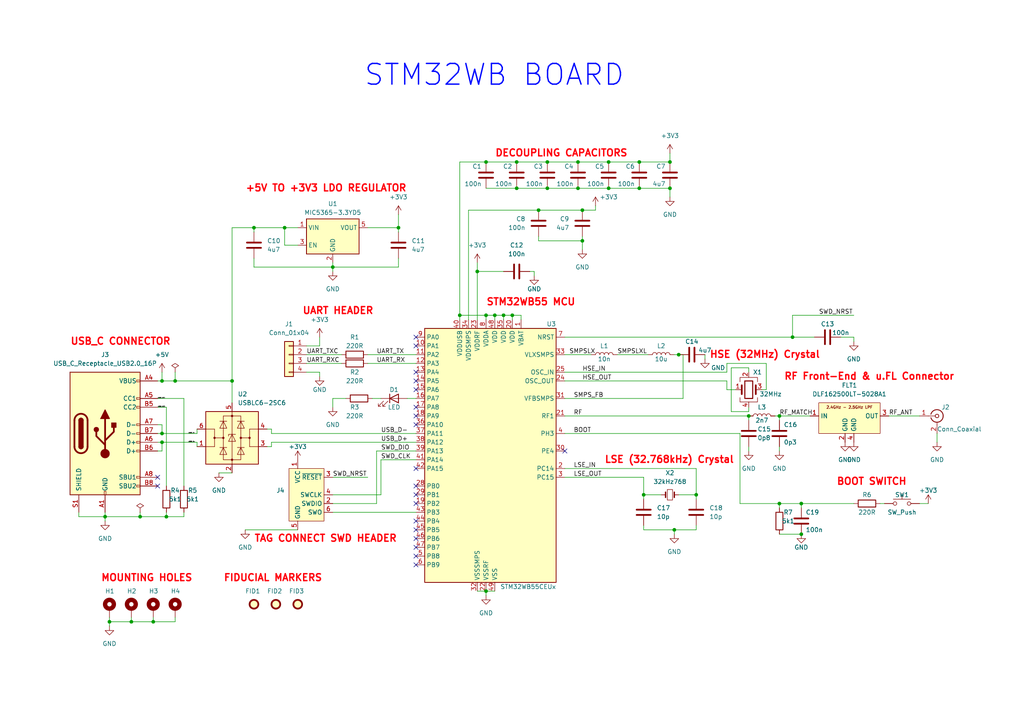
<source format=kicad_sch>
(kicad_sch (version 20230121) (generator eeschema)
  (paper "A4")
  (title_block (title "STM32WB BOARD") (date "2024-02-22") (rev "REV01"))
  (lib_symbols
    (symbol "Connector:Conn_ARM_SWD_TagConnect_TC2030" (in_bom no)
      (property "Reference" "J" (at 2.54 11.43 0))
      (property "Value" "Conn_ARM_SWD_TagConnect_TC2030" (at 5.08 8.89 0))
      (symbol "Conn_ARM_SWD_TagConnect_TC2030_0_0"
        (pin power_in line (at -2.54 10.16 270) (length 2.54) (name "VCC") (number "1"))
        (pin bidirectional line (at 7.62 -2.54 180) (length 2.54) (name "SWDIO") (number "2"))
        (pin open_collector line (at 7.62 5.08 180) (length 2.54) (name "~{RESET}") (number "3"))
        (pin output line (at 7.62 0 180) (length 2.54) (name "SWCLK") (number "4"))
        (pin power_in line (at -2.54 -10.16 90) (length 2.54) (name "GND") (number "5"))
        (pin input line (at 7.62 -5.08 180) (length 2.54) (name "SWO") (number "6"))
      )
      (symbol "Conn_ARM_SWD_TagConnect_TC2030_0_1"
        (rectangle (start -5.08 7.62) (end 5.08 -7.62) (fill (type background)))
      )
    )
    (symbol "Connector:Conn_Coaxial" (pin_names (offset 1.016) hide)
      (property "Reference" "J" (at 0.254 3.048 0))
      (property "Value" "Conn_Coaxial" (at 2.921 0 90))
      (symbol "Conn_Coaxial_0_1"
        (arc (start -1.778 -0.508) (mid 0.2311 -1.8066) (end 1.778 0) (stroke (width 0.254)))
        (polyline (pts (xy -2.54 0) (xy -0.508 0)))
        (polyline (pts (xy 0 -2.54) (xy 0 -1.778)))
        (circle (center 0 0) (radius 0.508) (stroke (width 0.2032)))
        (arc (start 1.778 0) (mid 0.2099 1.8101) (end -1.778 0.508) (stroke (width 0.254)))
      )
      (symbol "Conn_Coaxial_1_1"
        (pin passive line (at -5.08 0 0) (length 2.54) (name "In") (number "1"))
        (pin passive line (at 0 -5.08 90) (length 2.54) (name "Ext") (number "2"))
      )
    )
    (symbol "Connector:USB_C_Receptacle_USB2.0_16P" (pin_names (offset 1.016))
      (property "Reference" "J" (at 0 22.225 0))
      (property "Value" "USB_C_Receptacle_USB2.0_16P" (at 0 19.685 0))
      (symbol "USB_C_Receptacle_USB2.0_16P_0_0"
        (rectangle (start -0.254 -17.78) (end 0.254 -16.764))
        (rectangle (start 10.16 -14.986) (end 9.144 -15.494))
        (rectangle (start 10.16 -12.446) (end 9.144 -12.954))
        (rectangle (start 10.16 -4.826) (end 9.144 -5.334))
        (rectangle (start 10.16 -2.286) (end 9.144 -2.794))
        (rectangle (start 10.16 0.254) (end 9.144 -0.254))
        (rectangle (start 10.16 2.794) (end 9.144 2.286))
        (rectangle (start 10.16 7.874) (end 9.144 7.366))
        (rectangle (start 10.16 10.414) (end 9.144 9.906))
        (rectangle (start 10.16 15.494) (end 9.144 14.986))
      )
      (symbol "USB_C_Receptacle_USB2.0_16P_0_1"
        (rectangle (start -10.16 17.78) (end 10.16 -17.78) (stroke (width 0.254)) (fill (type background)))
        (arc (start -8.89 -3.81) (mid -6.985 -5.7067) (end -5.08 -3.81) (stroke (width 0.508)))
        (arc (start -7.62 -3.81) (mid -6.985 -4.4423) (end -6.35 -3.81) (stroke (width 0.254)))
        (arc (start -7.62 -3.81) (mid -6.985 -4.4423) (end -6.35 -3.81) (stroke (width 0.254)) (fill (type outline)))
        (rectangle (start -7.62 -3.81) (end -6.35 3.81) (stroke (width 0.254)) (fill (type outline)))
        (arc (start -6.35 3.81) (mid -6.985 4.4423) (end -7.62 3.81) (stroke (width 0.254)))
        (arc (start -6.35 3.81) (mid -6.985 4.4423) (end -7.62 3.81) (stroke (width 0.254)) (fill (type outline)))
        (arc (start -5.08 3.81) (mid -6.985 5.7067) (end -8.89 3.81) (stroke (width 0.508)))
        (circle (center -2.54 1.143) (radius 0.635) (stroke (width 0.254)) (fill (type outline)))
        (circle (center 0 -5.842) (radius 1.27) (fill (type outline)))
        (polyline (pts (xy -8.89 -3.81) (xy -8.89 3.81)) (stroke (width 0.508)))
        (polyline (pts (xy -5.08 3.81) (xy -5.08 -3.81)) (stroke (width 0.508)))
        (polyline (pts (xy 0 -5.842) (xy 0 4.318)) (stroke (width 0.508)))
        (polyline (pts (xy 0 -3.302) (xy -2.54 -0.762) (xy -2.54 0.508)) (stroke (width 0.508)))
        (polyline (pts (xy 0 -2.032) (xy 2.54 0.508) (xy 2.54 1.778)) (stroke (width 0.508)))
        (polyline (pts (xy -1.27 4.318) (xy 0 6.858) (xy 1.27 4.318) (xy -1.27 4.318)) (stroke (width 0.254)) (fill (type outline)))
        (rectangle (start 1.905 1.778) (end 3.175 3.048) (stroke (width 0.254)) (fill (type outline)))
      )
      (symbol "USB_C_Receptacle_USB2.0_16P_1_1"
        (pin passive line (at 0 -22.86 90) (length 5.08) (name "GND") (number "A1"))
        (pin passive line (at 0 -22.86 90) (length 5.08) hide (name "GND") (number "A12"))
        (pin passive line (at 15.24 15.24 180) (length 5.08) (name "VBUS") (number "A4"))
        (pin bidirectional line (at 15.24 10.16 180) (length 5.08) (name "CC1") (number "A5"))
        (pin bidirectional line (at 15.24 -2.54 180) (length 5.08) (name "D+") (number "A6"))
        (pin bidirectional line (at 15.24 2.54 180) (length 5.08) (name "D-") (number "A7"))
        (pin bidirectional line (at 15.24 -12.7 180) (length 5.08) (name "SBU1") (number "A8"))
        (pin passive line (at 15.24 15.24 180) (length 5.08) hide (name "VBUS") (number "A9"))
        (pin passive line (at 0 -22.86 90) (length 5.08) hide (name "GND") (number "B1"))
        (pin passive line (at 0 -22.86 90) (length 5.08) hide (name "GND") (number "B12"))
        (pin passive line (at 15.24 15.24 180) (length 5.08) hide (name "VBUS") (number "B4"))
        (pin bidirectional line (at 15.24 7.62 180) (length 5.08) (name "CC2") (number "B5"))
        (pin bidirectional line (at 15.24 -5.08 180) (length 5.08) (name "D+") (number "B6"))
        (pin bidirectional line (at 15.24 0 180) (length 5.08) (name "D-") (number "B7"))
        (pin bidirectional line (at 15.24 -15.24 180) (length 5.08) (name "SBU2") (number "B8"))
        (pin passive line (at 15.24 15.24 180) (length 5.08) hide (name "VBUS") (number "B9"))
        (pin passive line (at -7.62 -22.86 90) (length 5.08) (name "SHIELD") (number "S1"))
      )
    )
    (symbol "Connector_Generic:Conn_01x04" (pin_names (offset 1.016) hide)
      (property "Reference" "J" (at 0 5.08 0))
      (property "Value" "Conn_01x04" (at 0 -7.62 0))
      (symbol "Conn_01x04_1_1"
        (rectangle (start -1.27 -4.953) (end 0 -5.207) (stroke (width 0.1524)))
        (rectangle (start -1.27 -2.413) (end 0 -2.667) (stroke (width 0.1524)))
        (rectangle (start -1.27 0.127) (end 0 -0.127) (stroke (width 0.1524)))
        (rectangle (start -1.27 2.667) (end 0 2.413) (stroke (width 0.1524)))
        (rectangle (start -1.27 3.81) (end 1.27 -6.35) (stroke (width 0.254)) (fill (type background)))
        (pin passive line (at -5.08 2.54 0) (length 3.81) (name "Pin_1") (number "1"))
        (pin passive line (at -5.08 0 0) (length 3.81) (name "Pin_2") (number "2"))
        (pin passive line (at -5.08 -2.54 0) (length 3.81) (name "Pin_3") (number "3"))
        (pin passive line (at -5.08 -5.08 0) (length 3.81) (name "Pin_4") (number "4"))
      )
    )
    (symbol "Device:C" (pin_numbers hide) (pin_names (offset 0.254))
      (property "Reference" "C" (at 0.635 2.54 0))
      (property "Value" "C" (at 0.635 -2.54 0))
      (symbol "C_0_1"
        (polyline (pts (xy -2.032 -0.762) (xy 2.032 -0.762)) (stroke (width 0.508)))
        (polyline (pts (xy -2.032 0.762) (xy 2.032 0.762)) (stroke (width 0.508)))
      )
      (symbol "C_1_1"
        (pin passive line (at 0 3.81 270) (length 2.794) (name "~") (number "1"))
        (pin passive line (at 0 -3.81 90) (length 2.794) (name "~") (number "2"))
      )
    )
    (symbol "Device:Crystal_GND24" (pin_names (offset 1.016) hide)
      (property "Reference" "Y" (at 3.175 5.08 0))
      (property "Value" "Crystal_GND24" (at 3.175 3.175 0))
      (symbol "Crystal_GND24_0_1"
        (rectangle (start -1.143 2.54) (end 1.143 -2.54) (stroke (width 0.3048)))
        (polyline (pts (xy -2.54 0) (xy -2.032 0)))
        (polyline (pts (xy -2.032 -1.27) (xy -2.032 1.27)) (stroke (width 0.508)))
        (polyline (pts (xy 0 -3.81) (xy 0 -3.556)))
        (polyline (pts (xy 0 3.556) (xy 0 3.81)))
        (polyline (pts (xy 2.032 -1.27) (xy 2.032 1.27)) (stroke (width 0.508)))
        (polyline (pts (xy 2.032 0) (xy 2.54 0)))
        (polyline (pts (xy -2.54 -2.286) (xy -2.54 -3.556) (xy 2.54 -3.556) (xy 2.54 -2.286)))
        (polyline (pts (xy -2.54 2.286) (xy -2.54 3.556) (xy 2.54 3.556) (xy 2.54 2.286)))
      )
      (symbol "Crystal_GND24_1_1"
        (pin passive line (at -3.81 0 0) (length 1.27) (name "1") (number "1"))
        (pin passive line (at 0 5.08 270) (length 1.27) (name "2") (number "2"))
        (pin passive line (at 3.81 0 180) (length 1.27) (name "3") (number "3"))
        (pin passive line (at 0 -5.08 90) (length 1.27) (name "4") (number "4"))
      )
    )
    (symbol "Device:Crystal_Small" (pin_numbers hide) (pin_names (offset 1.016) hide)
      (property "Reference" "Y" (at 0 2.54 0))
      (property "Value" "Crystal_Small" (at 0 -2.54 0))
      (symbol "Crystal_Small_0_1"
        (rectangle (start -0.762 -1.524) (end 0.762 1.524))
        (polyline (pts (xy -1.27 -0.762) (xy -1.27 0.762)) (stroke (width 0.381)))
        (polyline (pts (xy 1.27 -0.762) (xy 1.27 0.762)) (stroke (width 0.381)))
      )
      (symbol "Crystal_Small_1_1"
        (pin passive line (at -2.54 0 0) (length 1.27) (name "1") (number "1"))
        (pin passive line (at 2.54 0 180) (length 1.27) (name "2") (number "2"))
      )
    )
    (symbol "Device:L" (pin_numbers hide) (pin_names (offset 1.016) hide)
      (property "Reference" "L" (at -1.27 0 90))
      (property "Value" "L" (at 1.905 0 90))
      (symbol "L_0_1"
        (arc (start 0 -2.54) (mid 0.6323 -1.905) (end 0 -1.27))
        (arc (start 0 -1.27) (mid 0.6323 -0.635) (end 0 0))
        (arc (start 0 0) (mid 0.6323 0.635) (end 0 1.27))
        (arc (start 0 1.27) (mid 0.6323 1.905) (end 0 2.54))
      )
      (symbol "L_1_1"
        (pin passive line (at 0 3.81 270) (length 1.27) (name "1") (number "1"))
        (pin passive line (at 0 -3.81 90) (length 1.27) (name "2") (number "2"))
      )
    )
    (symbol "Device:LED" (pin_numbers hide) (pin_names (offset 1.016) hide)
      (property "Reference" "D" (at 0 2.54 0))
      (property "Value" "LED" (at 0 -2.54 0))
      (symbol "LED_0_1"
        (polyline (pts (xy -1.27 -1.27) (xy -1.27 1.27)) (stroke (width 0.254)))
        (polyline (pts (xy -1.27 0) (xy 1.27 0)))
        (polyline (pts (xy 1.27 -1.27) (xy 1.27 1.27) (xy -1.27 0) (xy 1.27 -1.27)) (stroke (width 0.254)))
        (polyline (pts (xy -3.048 -0.762) (xy -4.572 -2.286) (xy -3.81 -2.286) (xy -4.572 -2.286) (xy -4.572 -1.524)))
        (polyline (pts (xy -1.778 -0.762) (xy -3.302 -2.286) (xy -2.54 -2.286) (xy -3.302 -2.286) (xy -3.302 -1.524)))
      )
      (symbol "LED_1_1"
        (pin passive line (at -3.81 0 0) (length 2.54) (name "K") (number "1"))
        (pin passive line (at 3.81 0 180) (length 2.54) (name "A") (number "2"))
      )
    )
    (symbol "Device:R" (pin_numbers hide) (pin_names (offset 0))
      (property "Reference" "R" (at 2.032 0 90))
      (property "Value" "R" (at 0 0 90))
      (symbol "R_0_1"
        (rectangle (start -1.016 -2.54) (end 1.016 2.54) (stroke (width 0.254)))
      )
      (symbol "R_1_1"
        (pin passive line (at 0 3.81 270) (length 1.27) (name "~") (number "1"))
        (pin passive line (at 0 -3.81 90) (length 1.27) (name "~") (number "2"))
      )
    )
    (symbol "MCU_ST_STM32WB:STM32WB55CEUx"
      (property "Reference" "U" (at -17.78 39.37 0))
      (property "Value" "STM32WB55CEUx" (at 12.7 39.37 0))
      (symbol "STM32WB55CEUx_0_1"
        (rectangle (start -17.78 -35.56) (end 20.32 38.1) (stroke (width 0.254)) (fill (type background)))
      )
      (symbol "STM32WB55CEUx_1_1"
        (pin power_in line (at -7.62 40.64 270) (length 2.54) (name "VBAT") (number "1"))
        (pin bidirectional line (at 22.86 33.02 180) (length 2.54) (name "PA1") (number "10"))
        (pin bidirectional line (at 22.86 30.48 180) (length 2.54) (name "PA2") (number "11"))
        (pin bidirectional line (at 22.86 27.94 180) (length 2.54) (name "PA3") (number "12"))
        (pin bidirectional line (at 22.86 25.4 180) (length 2.54) (name "PA4") (number "13"))
        (pin bidirectional line (at 22.86 22.86 180) (length 2.54) (name "PA5") (number "14"))
        (pin bidirectional line (at 22.86 20.32 180) (length 2.54) (name "PA6") (number "15"))
        (pin bidirectional line (at 22.86 17.78 180) (length 2.54) (name "PA7") (number "16"))
        (pin bidirectional line (at 22.86 15.24 180) (length 2.54) (name "PA8") (number "17"))
        (pin bidirectional line (at 22.86 12.7 180) (length 2.54) (name "PA9") (number "18"))
        (pin bidirectional line (at 22.86 -12.7 180) (length 2.54) (name "PB2") (number "19"))
        (pin bidirectional line (at -20.32 -2.54 0) (length 2.54) (name "PC14") (number "2"))
        (pin power_in line (at -5.08 40.64 270) (length 2.54) (name "VDD") (number "20"))
        (pin bidirectional line (at -20.32 12.7 0) (length 2.54) (name "RF1") (number "21"))
        (pin power_in line (at 2.54 -38.1 90) (length 2.54) (name "VSSRF") (number "22"))
        (pin power_in line (at 5.08 40.64 270) (length 2.54) (name "VDDRF") (number "23"))
        (pin input line (at -20.32 22.86 0) (length 2.54) (name "OSC_OUT") (number "24"))
        (pin input line (at -20.32 25.4 0) (length 2.54) (name "OSC_IN") (number "25"))
        (pin no_connect line (at -17.78 -35.56 0) (length 2.54) hide (name "AT0") (number "26"))
        (pin no_connect line (at -17.78 -33.02 0) (length 2.54) hide (name "AT1") (number "27"))
        (pin bidirectional line (at 22.86 -7.62 180) (length 2.54) (name "PB0") (number "28"))
        (pin bidirectional line (at 22.86 -10.16 180) (length 2.54) (name "PB1") (number "29"))
        (pin bidirectional line (at -20.32 -5.08 0) (length 2.54) (name "PC15") (number "3"))
        (pin bidirectional line (at -20.32 2.54 0) (length 2.54) (name "PE4") (number "30"))
        (pin input line (at -20.32 17.78 0) (length 2.54) (name "VFBSMPS") (number "31"))
        (pin power_in line (at 5.08 -38.1 90) (length 2.54) (name "VSSSMPS") (number "32"))
        (pin power_in line (at -20.32 30.48 0) (length 2.54) (name "VLXSMPS") (number "33"))
        (pin power_in line (at 7.62 40.64 270) (length 2.54) (name "VDDSMPS") (number "34"))
        (pin power_in line (at -2.54 40.64 270) (length 2.54) (name "VDD") (number "35"))
        (pin bidirectional line (at 22.86 10.16 180) (length 2.54) (name "PA10") (number "36"))
        (pin bidirectional line (at 22.86 7.62 180) (length 2.54) (name "PA11") (number "37"))
        (pin bidirectional line (at 22.86 5.08 180) (length 2.54) (name "PA12") (number "38"))
        (pin bidirectional line (at 22.86 2.54 180) (length 2.54) (name "PA13") (number "39"))
        (pin bidirectional line (at -20.32 7.62 0) (length 2.54) (name "PH3") (number "4"))
        (pin power_in line (at 10.16 40.64 270) (length 2.54) (name "VDDUSB") (number "40"))
        (pin bidirectional line (at 22.86 0 180) (length 2.54) (name "PA14") (number "41"))
        (pin bidirectional line (at 22.86 -2.54 180) (length 2.54) (name "PA15") (number "42"))
        (pin bidirectional line (at 22.86 -15.24 180) (length 2.54) (name "PB3") (number "43"))
        (pin bidirectional line (at 22.86 -17.78 180) (length 2.54) (name "PB4") (number "44"))
        (pin bidirectional line (at 22.86 -20.32 180) (length 2.54) (name "PB5") (number "45"))
        (pin bidirectional line (at 22.86 -22.86 180) (length 2.54) (name "PB6") (number "46"))
        (pin bidirectional line (at 22.86 -25.4 180) (length 2.54) (name "PB7") (number "47"))
        (pin power_in line (at 0 40.64 270) (length 2.54) (name "VDD") (number "48"))
        (pin power_in line (at 0 -38.1 90) (length 2.54) (name "VSS") (number "49"))
        (pin bidirectional line (at 22.86 -27.94 180) (length 2.54) (name "PB8") (number "5"))
        (pin bidirectional line (at 22.86 -30.48 180) (length 2.54) (name "PB9") (number "6"))
        (pin input line (at -20.32 35.56 0) (length 2.54) (name "NRST") (number "7"))
        (pin power_in line (at 2.54 40.64 270) (length 2.54) (name "VDDA") (number "8"))
        (pin bidirectional line (at 22.86 35.56 180) (length 2.54) (name "PA0") (number "9"))
      )
    )
    (symbol "Mechanical:Fiducial"
      (property "Reference" "FID" (at 0 5.08 0))
      (property "Value" "Fiducial" (at 0 3.175 0))
      (symbol "Fiducial_0_1"
        (circle (center 0 0) (radius 1.27) (stroke (width 0.508)) (fill (type background)))
      )
    )
    (symbol "Mechanical:MountingHole_Pad" (pin_numbers hide) (pin_names (offset 1.016) hide)
      (property "Reference" "H" (at 0 6.35 0))
      (property "Value" "MountingHole_Pad" (at 0 4.445 0))
      (symbol "MountingHole_Pad_0_1"
        (circle (center 0 1.27) (radius 1.27) (stroke (width 1.27)))
      )
      (symbol "MountingHole_Pad_1_1"
        (pin input line (at 0 -2.54 90) (length 2.54) (name "1") (number "1"))
      )
    )
    (symbol "Power_Protection:USBLC6-2SC6" (pin_names hide)
      (property "Reference" "U" (at 2.54 8.89 0))
      (property "Value" "USBLC6-2SC6" (at 2.54 -8.89 0))
      (symbol "USBLC6-2SC6_0_1"
        (rectangle (start -7.62 -7.62) (end 7.62 7.62) (stroke (width 0.254)) (fill (type background)))
        (circle (center -5.08 0) (radius 0.254) (fill (type outline)))
        (circle (center -2.54 0) (radius 0.254) (fill (type outline)))
        (rectangle (start -2.54 6.35) (end 2.54 -6.35))
        (circle (center 0 -6.35) (radius 0.254) (fill (type outline)))
        (polyline (pts (xy -5.08 -2.54) (xy -7.62 -2.54)))
        (polyline (pts (xy -5.08 0) (xy -5.08 -2.54)))
        (polyline (pts (xy -5.08 2.54) (xy -7.62 2.54)))
        (polyline (pts (xy -1.524 -2.794) (xy -3.556 -2.794)))
        (polyline (pts (xy -1.524 4.826) (xy -3.556 4.826)))
        (polyline (pts (xy 0 -7.62) (xy 0 -6.35)))
        (polyline (pts (xy 0 -6.35) (xy 0 1.27)))
        (polyline (pts (xy 0 1.27) (xy 0 6.35)))
        (polyline (pts (xy 0 6.35) (xy 0 7.62)))
        (polyline (pts (xy 1.524 -2.794) (xy 3.556 -2.794)))
        (polyline (pts (xy 1.524 4.826) (xy 3.556 4.826)))
        (polyline (pts (xy 5.08 -2.54) (xy 7.62 -2.54)))
        (polyline (pts (xy 5.08 0) (xy 5.08 -2.54)))
        (polyline (pts (xy 5.08 2.54) (xy 7.62 2.54)))
        (polyline (pts (xy -2.54 0) (xy -5.08 0) (xy -5.08 2.54)))
        (polyline (pts (xy 2.54 0) (xy 5.08 0) (xy 5.08 2.54)))
        (polyline (pts (xy -3.556 -4.826) (xy -1.524 -4.826) (xy -2.54 -2.794) (xy -3.556 -4.826)))
        (polyline (pts (xy -3.556 2.794) (xy -1.524 2.794) (xy -2.54 4.826) (xy -3.556 2.794)))
        (polyline (pts (xy -1.016 -1.016) (xy 1.016 -1.016) (xy 0 1.016) (xy -1.016 -1.016)))
        (polyline (pts (xy 1.016 1.016) (xy 0.762 1.016) (xy -1.016 1.016) (xy -1.016 0.508)))
        (polyline (pts (xy 3.556 -4.826) (xy 1.524 -4.826) (xy 2.54 -2.794) (xy 3.556 -4.826)))
        (polyline (pts (xy 3.556 2.794) (xy 1.524 2.794) (xy 2.54 4.826) (xy 3.556 2.794)))
        (circle (center 0 6.35) (radius 0.254) (fill (type outline)))
        (circle (center 2.54 0) (radius 0.254) (fill (type outline)))
        (circle (center 5.08 0) (radius 0.254) (fill (type outline)))
      )
      (symbol "USBLC6-2SC6_1_1"
        (pin passive line (at -10.16 -2.54 0) (length 2.54) (name "I/O1") (number "1"))
        (pin passive line (at 0 -10.16 90) (length 2.54) (name "GND") (number "2"))
        (pin passive line (at 10.16 -2.54 180) (length 2.54) (name "I/O2") (number "3"))
        (pin passive line (at 10.16 2.54 180) (length 2.54) (name "I/O2") (number "4"))
        (pin passive line (at 0 10.16 270) (length 2.54) (name "VBUS") (number "5"))
        (pin passive line (at -10.16 2.54 0) (length 2.54) (name "I/O1") (number "6"))
      )
    )
    (symbol "Regulator_Linear:MIC5365-3.3YD5"
      (property "Reference" "U" (at -7.62 6.35 0))
      (property "Value" "MIC5365-3.3YD5" (at 0 6.35 0))
      (symbol "MIC5365-3.3YD5_0_1"
        (rectangle (start -7.62 -5.08) (end 7.62 5.08) (stroke (width 0.254)) (fill (type background)))
      )
      (symbol "MIC5365-3.3YD5_1_1"
        (pin power_in line (at -10.16 2.54 0) (length 2.54) (name "VIN") (number "1"))
        (pin power_in line (at 0 -7.62 90) (length 2.54) (name "GND") (number "2"))
        (pin input line (at -10.16 -2.54 0) (length 2.54) (name "EN") (number "3"))
        (pin no_connect line (at 7.62 -2.54 180) (length 2.54) hide (name "NC") (number "4"))
        (pin power_out line (at 10.16 2.54 180) (length 2.54) (name "VOUT") (number "5"))
      )
    )
    (symbol "STM32_sch_symbols:DLF162500LT-5028A1"
      (property "Reference" "FLT" (at 0 5.08 0))
      (property "Value" "DLF162500LT-5028A1" (at 0 0 0))
      (symbol "DLF162500LT-5028A1_0_0"
        (pin passive line (at -11.43 0 0) (length 2.54) (name "IN") (number "1"))
        (pin passive line (at -1.27 -7.62 90) (length 2.54) (name "GND") (number "2"))
        (pin passive line (at 11.43 0 180) (length 2.54) (name "OUT") (number "3"))
        (pin passive line (at 1.27 -7.62 90) (length 2.54) (name "GND") (number "4"))
      )
      (symbol "DLF162500LT-5028A1_1_1"
        (rectangle (start -8.89 3.81) (end 8.89 -5.08) (fill (type background)))
        (text "2.4GHz - 2.5GHz LPF" (at 0 2.54 0) (effects (font (size 0.8 0.8))))
      )
    )
    (symbol "Switch:SW_Push" (pin_numbers hide) (pin_names (offset 1.016) hide)
      (property "Reference" "SW" (at 1.27 2.54 0))
      (property "Value" "SW_Push" (at 0 -1.524 0))
      (symbol "SW_Push_0_1"
        (circle (center -2.032 0) (radius 0.508))
        (polyline (pts (xy 0 1.27) (xy 0 3.048)))
        (polyline (pts (xy 2.54 1.27) (xy -2.54 1.27)))
        (circle (center 2.032 0) (radius 0.508))
        (pin passive line (at -5.08 0 0) (length 2.54) (name "1") (number "1"))
        (pin passive line (at 5.08 0 180) (length 2.54) (name "2") (number "2"))
      )
    )
    (symbol "power:+3V3" (power) (pin_names (offset 0))
      (property "Value" "+3V3" (at 0 3.556 0))
      (symbol "+3V3_0_1"
        (polyline (pts (xy -0.762 1.27) (xy 0 2.54)))
        (polyline (pts (xy 0 0) (xy 0 2.54)))
        (polyline (pts (xy 0 2.54) (xy 0.762 1.27)))
      )
      (symbol "+3V3_1_1"
        (pin power_in line (at 0 0 90) (length 0) hide (name "+3V3") (number "1"))
      )
    )
    (symbol "power:+5V" (power) (pin_names (offset 0))
      (property "Value" "+5V" (at 0 3.556 0))
      (symbol "+5V_0_1"
        (polyline (pts (xy -0.762 1.27) (xy 0 2.54)))
        (polyline (pts (xy 0 0) (xy 0 2.54)))
        (polyline (pts (xy 0 2.54) (xy 0.762 1.27)))
      )
      (symbol "+5V_1_1"
        (pin power_in line (at 0 0 90) (length 0) hide (name "+5V") (number "1"))
      )
    )
    (symbol "power:GND" (power) (pin_names (offset 0))
      (property "Value" "GND" (at 0 -3.81 0))
      (symbol "GND_0_1"
        (polyline (pts (xy 0 0) (xy 0 -1.27) (xy 1.27 -1.27) (xy 0 -2.54) (xy -1.27 -1.27) (xy 0 -1.27)))
      )
      (symbol "GND_1_1"
        (pin power_in line (at 0 0 270) (length 0) hide (name "GND") (number "1"))
      )
    )
    (symbol "power:PWR_FLAG" (power) (pin_numbers hide) (pin_names (offset 0) hide)
      (property "Value" "PWR_FLAG" (at 0 3.81 0))
      (symbol "PWR_FLAG_0_0"
        (pin power_out line (at 0 0 90) (length 0) (name "pwr") (number "1"))
      )
      (symbol "PWR_FLAG_0_1"
        (polyline (pts (xy 0 0) (xy 0 1.27) (xy -1.016 1.905) (xy 0 2.54) (xy 1.016 1.905) (xy 0 1.27)))
      )
    )
  )
  (junction (at 50.8 110.49))
  (junction (at 82.55 66.04))
  (junction (at 167.64 54.61))
  (junction (at 140.97 46.99))
  (junction (at 158.75 46.99))
  (junction (at 31.75 180.34))
  (junction (at 38.1 180.34))
  (junction (at 115.57 66.04))
  (junction (at 30.48 149.86))
  (junction (at 185.42 54.61))
  (junction (at 48.26 149.86))
  (junction (at 185.42 46.99))
  (junction (at 168.91 60.96))
  (junction (at 168.91 69.85))
  (junction (at 226.06 146.05))
  (junction (at 140.97 171.45))
  (junction (at 176.53 54.61))
  (junction (at 196.85 102.87))
  (junction (at 149.86 46.99))
  (junction (at 138.43 78.74))
  (junction (at 40.64 149.86))
  (junction (at 46.99 110.49))
  (junction (at 232.41 154.94))
  (junction (at 46.99 125.73))
  (junction (at 167.64 46.99))
  (junction (at 194.31 46.99))
  (junction (at 73.66 66.04))
  (junction (at 232.41 146.05))
  (junction (at 226.06 120.65))
  (junction (at 229.87 97.79))
  (junction (at 176.53 46.99))
  (junction (at 46.99 128.27))
  (junction (at 143.51 91.44))
  (junction (at 217.17 120.65))
  (junction (at 195.58 153.67))
  (junction (at 146.05 91.44))
  (junction (at 96.52 77.47))
  (junction (at 201.93 143.51))
  (junction (at 149.86 54.61))
  (junction (at 148.59 91.44))
  (junction (at 140.97 91.44))
  (junction (at 194.31 54.61))
  (junction (at 158.75 54.61))
  (junction (at 156.21 60.96))
  (junction (at 44.45 180.34))
  (junction (at 67.31 110.49))
  (junction (at 133.35 91.44))
  (junction (at 186.69 143.51))
  (no_connect (at 120.65 135.89))
  (no_connect (at 120.65 153.67))
  (no_connect (at 120.65 151.13))
  (no_connect (at 45.72 140.97))
  (no_connect (at 45.72 138.43))
  (no_connect (at 163.83 130.81))
  (no_connect (at 120.65 100.33))
  (no_connect (at 120.65 120.65))
  (no_connect (at 120.65 118.11))
  (no_connect (at 120.65 163.83))
  (no_connect (at 120.65 146.05))
  (no_connect (at 120.65 158.75))
  (no_connect (at 120.65 113.03))
  (no_connect (at 120.65 161.29))
  (no_connect (at 120.65 123.19))
  (no_connect (at 120.65 97.79))
  (no_connect (at 120.65 107.95))
  (no_connect (at 120.65 143.51))
  (no_connect (at 120.65 140.97))
  (no_connect (at 120.65 110.49))
  (no_connect (at 120.65 156.21))
  (wire (pts (xy 163.83 135.89) (xy 201.93 135.89)))
  (wire (pts (xy 195.58 102.87) (xy 196.85 102.87)))
  (wire (pts (xy 115.57 62.23) (xy 115.57 66.04)))
  (wire (pts (xy 163.83 125.73) (xy 214.63 125.73)))
  (wire (pts (xy 138.43 78.74) (xy 138.43 92.71)))
  (wire (pts (xy 153.67 78.74) (xy 154.94 78.74)))
  (wire (pts (xy 30.48 148.59) (xy 30.48 149.86)))
  (wire (pts (xy 50.8 110.49) (xy 67.31 110.49)))
  (wire (pts (xy 201.93 153.67) (xy 201.93 152.4)))
  (wire (pts (xy 78.74 128.27) (xy 120.65 128.27)))
  (wire (pts (xy 106.68 66.04) (xy 115.57 66.04)))
  (wire (pts (xy 232.41 146.05) (xy 232.41 147.32)))
  (wire (pts (xy 73.66 74.93) (xy 73.66 77.47)))
  (wire (pts (xy 44.45 179.07) (xy 44.45 180.34)))
  (wire (pts (xy 210.82 105.41) (xy 222.25 105.41)))
  (wire (pts (xy 78.74 125.73) (xy 120.65 125.73)))
  (wire (pts (xy 38.1 180.34) (xy 31.75 180.34)))
  (wire (pts (xy 198.12 115.57) (xy 198.12 102.87)))
  (wire (pts (xy 57.15 129.54) (xy 57.15 128.27)))
  (wire (pts (xy 217.17 120.65) (xy 217.17 121.92)))
  (wire (pts (xy 135.89 60.96) (xy 135.89 92.71)))
  (wire (pts (xy 163.83 97.79) (xy 229.87 97.79)))
  (wire (pts (xy 186.69 143.51) (xy 186.69 144.78)))
  (wire (pts (xy 156.21 69.85) (xy 168.91 69.85)))
  (wire (pts (xy 138.43 76.2) (xy 138.43 78.74)))
  (wire (pts (xy 110.49 133.35) (xy 110.49 143.51)))
  (wire (pts (xy 158.75 46.99) (xy 149.86 46.99)))
  (wire (pts (xy 78.74 124.46) (xy 78.74 125.73)))
  (wire (pts (xy 140.97 46.99) (xy 133.35 46.99)))
  (wire (pts (xy 154.94 78.74) (xy 154.94 80.01)))
  (wire (pts (xy 48.26 149.86) (xy 53.34 149.86)))
  (wire (pts (xy 149.86 46.99) (xy 140.97 46.99)))
  (wire (pts (xy 163.83 102.87) (xy 171.45 102.87)))
  (wire (pts (xy 96.52 77.47) (xy 96.52 78.74)))
  (wire (pts (xy 45.72 130.81) (xy 46.99 130.81)))
  (wire (pts (xy 217.17 106.68) (xy 217.17 107.95)))
  (wire (pts (xy 156.21 68.58) (xy 156.21 69.85)))
  (wire (pts (xy 82.55 71.12) (xy 82.55 66.04)))
  (wire (pts (xy 88.9 102.87) (xy 99.06 102.87)))
  (wire (pts (xy 96.52 115.57) (xy 96.52 118.11)))
  (wire (pts (xy 115.57 74.93) (xy 115.57 77.47)))
  (wire (pts (xy 217.17 129.54) (xy 217.17 130.81)))
  (wire (pts (xy 96.52 148.59) (xy 120.65 148.59)))
  (wire (pts (xy 107.95 115.57) (xy 110.49 115.57)))
  (wire (pts (xy 86.36 71.12) (xy 82.55 71.12)))
  (wire (pts (xy 110.49 133.35) (xy 120.65 133.35)))
  (wire (pts (xy 53.34 115.57) (xy 53.34 140.97)))
  (wire (pts (xy 187.96 102.87) (xy 179.07 102.87)))
  (wire (pts (xy 45.72 115.57) (xy 53.34 115.57)))
  (wire (pts (xy 266.7 146.05) (xy 269.24 146.05)))
  (wire (pts (xy 212.09 119.38) (xy 217.17 119.38)))
  (wire (pts (xy 45.72 110.49) (xy 46.99 110.49)))
  (wire (pts (xy 163.83 110.49) (xy 210.82 110.49)))
  (wire (pts (xy 118.11 115.57) (xy 120.65 115.57)))
  (wire (pts (xy 133.35 91.44) (xy 133.35 46.99)))
  (wire (pts (xy 176.53 54.61) (xy 167.64 54.61)))
  (wire (pts (xy 140.97 92.71) (xy 140.97 91.44)))
  (wire (pts (xy 172.72 59.69) (xy 172.72 60.96)))
  (wire (pts (xy 214.63 125.73) (xy 214.63 146.05)))
  (wire (pts (xy 106.68 105.41) (xy 120.65 105.41)))
  (wire (pts (xy 224.79 120.65) (xy 226.06 120.65)))
  (wire (pts (xy 167.64 54.61) (xy 158.75 54.61)))
  (wire (pts (xy 44.45 180.34) (xy 38.1 180.34)))
  (wire (pts (xy 57.15 128.27) (xy 46.99 128.27)))
  (wire (pts (xy 50.8 179.07) (xy 50.8 180.34)))
  (wire (pts (xy 217.17 119.38) (xy 217.17 118.11)))
  (wire (pts (xy 163.83 120.65) (xy 217.17 120.65)))
  (wire (pts (xy 226.06 146.05) (xy 232.41 146.05)))
  (wire (pts (xy 48.26 148.59) (xy 48.26 149.86)))
  (wire (pts (xy 86.36 66.04) (xy 82.55 66.04)))
  (wire (pts (xy 109.22 130.81) (xy 109.22 146.05)))
  (wire (pts (xy 163.83 138.43) (xy 186.69 138.43)))
  (wire (pts (xy 30.48 149.86) (xy 40.64 149.86)))
  (wire (pts (xy 210.82 110.49) (xy 210.82 113.03)))
  (wire (pts (xy 46.99 107.95) (xy 46.99 110.49)))
  (wire (pts (xy 45.72 118.11) (xy 48.26 118.11)))
  (wire (pts (xy 96.52 76.2) (xy 96.52 77.47)))
  (wire (pts (xy 226.06 154.94) (xy 232.41 154.94)))
  (wire (pts (xy 109.22 130.81) (xy 120.65 130.81)))
  (wire (pts (xy 201.93 143.51) (xy 201.93 144.78)))
  (wire (pts (xy 88.9 107.95) (xy 92.71 107.95)))
  (wire (pts (xy 148.59 91.44) (xy 151.13 91.44)))
  (wire (pts (xy 168.91 60.96) (xy 156.21 60.96)))
  (wire (pts (xy 168.91 69.85) (xy 168.91 72.39)))
  (wire (pts (xy 92.71 97.79) (xy 92.71 100.33)))
  (wire (pts (xy 229.87 97.79) (xy 236.22 97.79)))
  (wire (pts (xy 57.15 124.46) (xy 57.15 125.73)))
  (wire (pts (xy 140.97 171.45) (xy 140.97 172.72)))
  (wire (pts (xy 140.97 91.44) (xy 143.51 91.44)))
  (wire (pts (xy 210.82 113.03) (xy 213.36 113.03)))
  (wire (pts (xy 71.12 153.67) (xy 86.36 153.67)))
  (wire (pts (xy 92.71 107.95) (xy 92.71 109.22)))
  (wire (pts (xy 158.75 54.61) (xy 149.86 54.61)))
  (wire (pts (xy 226.06 120.65) (xy 226.06 121.92)))
  (wire (pts (xy 257.81 120.65) (xy 266.7 120.65)))
  (wire (pts (xy 109.22 146.05) (xy 96.52 146.05)))
  (wire (pts (xy 226.06 129.54) (xy 226.06 130.81)))
  (wire (pts (xy 53.34 149.86) (xy 53.34 148.59)))
  (wire (pts (xy 78.74 129.54) (xy 78.74 128.27)))
  (wire (pts (xy 163.83 107.95) (xy 210.82 107.95)))
  (wire (pts (xy 186.69 153.67) (xy 195.58 153.67)))
  (wire (pts (xy 138.43 171.45) (xy 140.97 171.45)))
  (wire (pts (xy 167.64 46.99) (xy 158.75 46.99)))
  (wire (pts (xy 220.98 113.03) (xy 222.25 113.03)))
  (wire (pts (xy 146.05 91.44) (xy 148.59 91.44)))
  (wire (pts (xy 185.42 46.99) (xy 176.53 46.99)))
  (wire (pts (xy 201.93 135.89) (xy 201.93 143.51)))
  (wire (pts (xy 247.65 97.79) (xy 247.65 99.06)))
  (wire (pts (xy 214.63 146.05) (xy 226.06 146.05)))
  (wire (pts (xy 45.72 123.19) (xy 46.99 123.19)))
  (wire (pts (xy 148.59 91.44) (xy 148.59 92.71)))
  (wire (pts (xy 204.47 102.87) (xy 204.47 104.14)))
  (wire (pts (xy 96.52 77.47) (xy 115.57 77.47)))
  (wire (pts (xy 198.12 102.87) (xy 196.85 102.87)))
  (wire (pts (xy 22.86 148.59) (xy 22.86 149.86)))
  (wire (pts (xy 67.31 137.16) (xy 63.5 137.16)))
  (wire (pts (xy 194.31 54.61) (xy 185.42 54.61)))
  (wire (pts (xy 133.35 92.71) (xy 133.35 91.44)))
  (wire (pts (xy 50.8 180.34) (xy 44.45 180.34)))
  (wire (pts (xy 46.99 128.27) (xy 45.72 128.27)))
  (wire (pts (xy 210.82 107.95) (xy 210.82 105.41)))
  (wire (pts (xy 217.17 106.68) (xy 212.09 106.68)))
  (wire (pts (xy 82.55 66.04) (xy 73.66 66.04)))
  (wire (pts (xy 96.52 143.51) (xy 110.49 143.51)))
  (wire (pts (xy 194.31 46.99) (xy 185.42 46.99)))
  (wire (pts (xy 151.13 91.44) (xy 151.13 92.71)))
  (wire (pts (xy 229.87 91.44) (xy 247.65 91.44)))
  (wire (pts (xy 73.66 66.04) (xy 67.31 66.04)))
  (wire (pts (xy 194.31 44.45) (xy 194.31 46.99)))
  (wire (pts (xy 46.99 123.19) (xy 46.99 125.73)))
  (wire (pts (xy 48.26 118.11) (xy 48.26 140.97)))
  (wire (pts (xy 46.99 130.81) (xy 46.99 128.27)))
  (wire (pts (xy 149.86 54.61) (xy 140.97 54.61)))
  (wire (pts (xy 115.57 66.04) (xy 115.57 67.31)))
  (wire (pts (xy 222.25 105.41) (xy 222.25 113.03)))
  (wire (pts (xy 186.69 143.51) (xy 186.69 138.43)))
  (wire (pts (xy 57.15 125.73) (xy 46.99 125.73)))
  (wire (pts (xy 46.99 125.73) (xy 45.72 125.73)))
  (wire (pts (xy 100.33 115.57) (xy 96.52 115.57)))
  (wire (pts (xy 146.05 91.44) (xy 146.05 92.71)))
  (wire (pts (xy 256.54 146.05) (xy 255.27 146.05)))
  (wire (pts (xy 40.64 148.59) (xy 40.64 149.86)))
  (wire (pts (xy 229.87 91.44) (xy 229.87 97.79)))
  (wire (pts (xy 96.52 138.43) (xy 106.68 138.43)))
  (wire (pts (xy 226.06 146.05) (xy 226.06 147.32)))
  (wire (pts (xy 67.31 66.04) (xy 67.31 110.49)))
  (wire (pts (xy 38.1 179.07) (xy 38.1 180.34)))
  (wire (pts (xy 176.53 46.99) (xy 167.64 46.99)))
  (wire (pts (xy 22.86 149.86) (xy 30.48 149.86)))
  (wire (pts (xy 186.69 152.4) (xy 186.69 153.67)))
  (wire (pts (xy 163.83 115.57) (xy 198.12 115.57)))
  (wire (pts (xy 30.48 149.86) (xy 30.48 151.13)))
  (wire (pts (xy 143.51 91.44) (xy 146.05 91.44)))
  (wire (pts (xy 195.58 153.67) (xy 201.93 153.67)))
  (wire (pts (xy 212.09 106.68) (xy 212.09 119.38)))
  (wire (pts (xy 138.43 78.74) (xy 146.05 78.74)))
  (wire (pts (xy 88.9 105.41) (xy 99.06 105.41)))
  (wire (pts (xy 67.31 116.84) (xy 67.31 110.49)))
  (wire (pts (xy 195.58 153.67) (xy 195.58 154.94)))
  (wire (pts (xy 243.84 97.79) (xy 247.65 97.79)))
  (wire (pts (xy 31.75 180.34) (xy 31.75 181.61)))
  (wire (pts (xy 140.97 171.45) (xy 143.51 171.45)))
  (wire (pts (xy 78.74 129.54) (xy 77.47 129.54)))
  (wire (pts (xy 135.89 60.96) (xy 156.21 60.96)))
  (wire (pts (xy 88.9 100.33) (xy 92.71 100.33)))
  (wire (pts (xy 133.35 91.44) (xy 140.97 91.44)))
  (wire (pts (xy 172.72 60.96) (xy 168.91 60.96)))
  (wire (pts (xy 226.06 120.65) (xy 234.95 120.65)))
  (wire (pts (xy 73.66 77.47) (xy 96.52 77.47)))
  (wire (pts (xy 31.75 180.34) (xy 31.75 179.07)))
  (wire (pts (xy 168.91 69.85) (xy 168.91 68.58)))
  (wire (pts (xy 232.41 146.05) (xy 247.65 146.05)))
  (wire (pts (xy 143.51 92.71) (xy 143.51 91.44)))
  (wire (pts (xy 196.85 143.51) (xy 201.93 143.51)))
  (wire (pts (xy 194.31 54.61) (xy 194.31 57.15)))
  (wire (pts (xy 186.69 143.51) (xy 191.77 143.51)))
  (wire (pts (xy 50.8 107.95) (xy 50.8 110.49)))
  (wire (pts (xy 78.74 124.46) (xy 77.47 124.46)))
  (wire (pts (xy 40.64 149.86) (xy 48.26 149.86)))
  (wire (pts (xy 46.99 110.49) (xy 50.8 110.49)))
  (wire (pts (xy 106.68 102.87) (xy 120.65 102.87)))
  (wire (pts (xy 271.78 125.73) (xy 271.78 128.27)))
  (wire (pts (xy 185.42 54.61) (xy 176.53 54.61)))
  (wire (pts (xy 73.66 66.04) (xy 73.66 67.31)))
  (text "HSE (32MHz) Crystal" (at 205.74 104.14 0) (effects (font (size 2 2) (thickness 0.4) bold) (justify left bottom)))
  (text "+5V TO +3V3 LDO REGULATOR\n" (at 71.12 55.88 0) (effects (font (size 2 2) (thickness 0.4) bold) (justify left bottom)))
  (text "FIDUCIAL MARKERS" (at 64.77 168.91 0) (effects (font (size 2 2) (thickness 0.4) bold) (justify left bottom)))
  (text "UART HEADER" (at 87.63 91.44 0) (effects (font (size 2 2) (thickness 0.4) bold) (justify left bottom)))
  (text "${TITLE}" (at 105.41 25.4 0) (effects (font (size 6 6) (thickness 0.4) bold) (justify left bottom)))
  (text "LSE (32.768kHz) Crystal" (at 175.26 134.62 0) (effects (font (size 2 2) (thickness 0.4) bold) (justify left bottom)))
  (text "RF Front-End & u.FL Connector" (at 227.33 110.49 0) (effects (font (size 2 2) (thickness 0.4) bold) (justify left bottom)))
  (text "TAG CONNECT SWD HEADER" (at 73.66 157.48 0) (effects (font (size 2 2) (thickness 0.4) bold) (justify left bottom)))
  (text "MOUNTING HOLES" (at 29.21 168.91 0) (effects (font (size 2 2) (thickness 0.4) bold) (justify left bottom)))
  (text "DECOUPLING CAPACITORS" (at 143.51 45.72 0) (effects (font (size 2 2) (thickness 0.4) bold) (justify left bottom)))
  (text "STM32WB55 MCU" (at 140.97 88.9 0) (effects (font (size 2 2) (thickness 0.4) bold) (justify left bottom)))
  (text "USB_C CONNECTOR" (at 20.32 100.33 0) (effects (font (size 2 2) (thickness 0.4) bold) (justify left bottom)))
  (text "BOOT SWITCH" (at 242.57 140.97 0) (effects (font (size 2 2) (thickness 0.4) bold) (justify left bottom)))
  (label "RF_ANT" (at 257.81 120.65 0))
  (label "SMPSLX" (at 165.1 102.87 0))
  (label "SWD_NRST" (at 237.49 91.44 0))
  (label "UART_RXC" (at 88.9 105.41 0))
  (label "USBC_D-" (at 54.61 125.73 0) (effects (font (size 0.27 0.27))))
  (label "LSE_OUT" (at 166.37 138.43 0))
  (label "LSE_IN" (at 166.37 135.89 0))
  (label "SWD_NRST" (at 96.52 138.43 0))
  (label "HSE_OUT" (at 168.91 110.49 0))
  (label "USBC_CC2" (at 45.72 118.11 0) (effects (font (size 0.27 0.27))))
  (label "RF_MATCH" (at 226.06 120.65 0))
  (label "SMPSLXL" (at 179.07 102.87 0))
  (label "RF" (at 166.37 120.65 0))
  (label "BOOT" (at 166.37 125.73 0))
  (label "USB_D+" (at 110.49 128.27 0))
  (label "USBC_CC1" (at 45.72 115.57 0) (effects (font (size 0.27 0.27))))
  (label "UART_RX" (at 109.22 105.41 0))
  (label "SWD_DIO" (at 110.49 130.81 0))
  (label "UART_TX" (at 109.22 102.87 0))
  (label "UART_TXC" (at 88.9 102.87 0))
  (label "HSE_IN" (at 168.91 107.95 0))
  (label "SMPS_FB" (at 166.37 115.57 0))
  (label "SWD_CLK" (at 110.49 133.35 0))
  (label "USBC_D+" (at 54.61 128.27 0) (effects (font (size 0.27 0.27))))
  (label "USB_D-" (at 110.49 125.73 0))
  (symbol (lib_id "power:GND") (at 96.52 118.11 0) (unit 1)
    (property "Reference" "#PWR014" (effects hide))
    (property "Value" "GND" (at 96.52 123.19 0))
  )
  (symbol (lib_id "power:GND") (at 140.97 172.72 0) (unit 1)
    (property "Reference" "#PWR027" (effects hide))
    (property "Value" "GND" (at 140.97 177.8 0))
  )
  (symbol (lib_id "power:GND") (at 168.91 72.39 0) (mirror y) (unit 1)
    (property "Reference" "#PWR05" (effects hide))
    (property "Value" "GND" (at 168.91 77.47 0))
  )
  (symbol (lib_id "Device:C") (at 194.31 50.8 0) (mirror y) (unit 1)
    (property "Reference" "C7" (at 193.04 48.26 0) (effects (justify left)))
    (property "Value" "4u7" (at 193.04 53.34 0) (effects (justify left)))
    (property "Footprint" "Capacitor_SMD:C_0603_1608Metric" (effects hide))
  )
  (symbol (lib_id "Mechanical:Fiducial") (at 73.66 175.26 0) (unit 1) (in_bom no)
    (property "Reference" "FID1" (at 71.12 171.45 0) (effects (justify left)))
    (property "Value" "Fiducial" (effects hide))
    (property "Footprint" "Fiducial:Fiducial_1mm_Mask2mm" (effects hide))
  )
  (symbol (lib_id "power:GND") (at 247.65 128.27 0) (unit 1)
    (property "Reference" "#PWR016" (effects hide))
    (property "Value" "GND" (at 247.65 133.35 0))
  )
  (symbol (lib_id "power:PWR_FLAG") (at 50.8 107.95 0) (unit 1)
    (property "Reference" "#FLG01" (effects hide))
    (property "Value" "PWR_FLAG" (effects hide))
  )
  (symbol (lib_id "power:GND") (at 232.41 154.94 0) (unit 1)
    (property "Reference" "#PWR026" (effects hide))
    (property "Value" "GND" (at 232.41 158.75 0))
  )
  (symbol (lib_id "Device:R") (at 48.26 144.78 180) (unit 1)
    (property "Reference" "R4" (at 50.8 142.24 0))
    (property "Value" "5k1" (at 50.8 144.78 0))
    (property "Footprint" "Resistor_SMD:R_0402_1005Metric" (effects hide))
  )
  (symbol (lib_id "Regulator_Linear:MIC5365-3.3YD5") (at 96.52 68.58 0) (unit 1)
    (property "Reference" "U1" (at 96.52 59.1058 0))
    (property "Value" "MIC5365-3.3YD5" (at 96.52 61.6458 0))
    (property "Footprint" "Package_TO_SOT_SMD:SOT-23-5" (effects hide))
    (property "Datasheet" "http://ww1.microchip.com/downloads/en/DeviceDoc/mic5365.pdf" (effects hide))
  )
  (symbol (lib_id "Device:R") (at 53.34 144.78 180) (unit 1)
    (property "Reference" "R5" (at 55.88 142.24 0))
    (property "Value" "5k1" (at 55.88 144.78 0))
    (property "Footprint" "Resistor_SMD:R_0402_1005Metric" (effects hide))
  )
  (symbol (lib_id "Device:C") (at 185.42 50.8 0) (mirror y) (unit 1)
    (property "Reference" "C6" (at 184.15 48.26 0) (effects (justify left)))
    (property "Value" "100n" (at 184.15 53.34 0) (effects (justify left)))
    (property "Footprint" "Capacitor_SMD:C_0402_1005Metric" (effects hide))
  )
  (symbol (lib_id "Power_Protection:USBLC6-2SC6") (at 67.31 127 0) (unit 1)
    (property "Reference" "U2" (at 68.9611 114.3 0) (effects (justify left)))
    (property "Value" "USBLC6-2SC6" (at 68.9611 116.84 0) (effects (justify left)))
    (property "Footprint" "Package_TO_SOT_SMD:SOT-23-6" (effects hide))
    (property "Datasheet" "https://www.st.com/resource/en/datasheet/usblc6-2.pdf" (effects hide))
  )
  (symbol (lib_id "power:GND") (at 31.75 181.61 0) (mirror y) (unit 1)
    (property "Reference" "#PWR028" (effects hide))
    (property "Value" "GND" (at 31.75 186.69 0))
  )
  (symbol (lib_id "power:+3V3") (at 86.36 133.35 0) (unit 1)
    (property "Reference" "#PWR020" (effects hide))
    (property "Value" "+3V3" (at 86.36 129.54 0))
  )
  (symbol (lib_id "Device:R") (at 226.06 151.13 180) (unit 1)
    (property "Reference" "R7" (at 228.6 148.59 0))
    (property "Value" "5k1" (at 228.6 151.13 0))
    (property "Footprint" "Resistor_SMD:R_0402_1005Metric" (effects hide))
  )
  (symbol (lib_id "Mechanical:MountingHole_Pad") (at 44.45 176.53 0) (unit 1) (in_bom no)
    (property "Reference" "H3" (at 43.18 171.45 0) (effects (justify left)))
    (property "Value" "MountingHole_Pad" (effects hide))
    (property "Footprint" "MountingHole:MountingHole_2.2mm_M2_Pad" (effects hide))
  )
  (symbol (lib_id "power:GND") (at 271.78 128.27 0) (unit 1)
    (property "Reference" "#PWR017" (effects hide))
    (property "Value" "GND" (at 271.78 133.35 0))
  )
  (symbol (lib_id "Connector:Conn_Coaxial") (at 271.78 120.65 0) (unit 1)
    (property "Reference" "J2" (at 273.05 118.11 0) (effects (justify left)))
    (property "Value" "Conn_Coaxial" (at 271.78 124.46 0) (effects (justify left)))
    (property "Footprint" "Connector_Coaxial:U.FL_Hirose_U.FL-R-SMT-1_Vertical" (effects hide))
    (property "Datasheet" " ~" (effects hide))
  )
  (symbol (lib_id "power:+3V3") (at 194.31 44.45 0) (mirror y) (unit 1)
    (property "Reference" "#PWR01" (effects hide))
    (property "Value" "+3V3" (at 194.31 39.37 0))
  )
  (symbol (lib_id "Connector:Conn_ARM_SWD_TagConnect_TC2030") (at 88.9 143.51 0) (unit 1) (in_bom no)
    (property "Reference" "J4" (at 82.55 142.24 0) (effects (justify right)))
    (property "Value" "Conn_ARM_SWD_TagConnect_TC2030" (effects hide))
    (property "Footprint" "Connector:Tag-Connect_TC2030-IDC-FP_2x03_P1.27mm_Vertical" (effects hide))
    (property "Datasheet" "https://www.tag-connect.com/wp-content/uploads/bsk-pdf-manager/TC2030-CTX_1.pdf" (effects hide))
  )
  (symbol (lib_id "Connector:USB_C_Receptacle_USB2.0_16P") (at 30.48 125.73 0) (unit 1)
    (property "Reference" "J3" (at 30.48 102.87 0))
    (property "Value" "USB_C_Receptacle_USB2.0_16P" (at 30.48 105.41 0))
    (property "Footprint" "Connector_USB:USB_C_Receptacle_GCT_USB4105-xx-A_16P_TopMnt_Horizontal" (effects hide))
    (property "Datasheet" "https://www.usb.org/sites/default/files/documents/usb_type-c.zip" (effects hide))
  )
  (symbol (lib_id "Switch:SW_Push") (at 261.62 146.05 0) (unit 1)
    (property "Reference" "SW1" (at 261.62 143.51 0))
    (property "Value" "SW_Push" (at 261.62 148.59 0))
    (property "Footprint" "Button_Switch_SMD:SW_SPST_CK_RS282G05A3" (effects hide))
  )
  (symbol (lib_id "power:+3V3") (at 269.24 146.05 0) (unit 1)
    (property "Reference" "#PWR022" (effects hide))
    (property "Value" "+3V3" (at 269.24 142.24 0))
  )
  (symbol (lib_id "Device:L") (at 220.98 120.65 90) (unit 1)
    (property "Reference" "L3" (at 220.98 118.11 90))
    (property "Value" "2n7" (at 220.98 121.92 90))
    (property "Footprint" "Inductor_SMD:L_0402_1005Metric" (effects hide))
  )
  (symbol (lib_id "Device:C") (at 167.64 50.8 0) (mirror y) (unit 1)
    (property "Reference" "C4" (at 166.37 48.26 0) (effects (justify left)))
    (property "Value" "100n" (at 166.37 53.34 0) (effects (justify left)))
    (property "Footprint" "Capacitor_SMD:C_0402_1005Metric" (effects hide))
  )
  (symbol (lib_id "power:+3V3") (at 92.71 97.79 0) (unit 1)
    (property "Reference" "#PWR09" (effects hide))
    (property "Value" "+3V3" (at 92.71 92.71 0))
  )
  (symbol (lib_id "power:GND") (at 96.52 78.74 0) (unit 1)
    (property "Reference" "#PWR07" (effects hide))
    (property "Value" "GND" (at 96.52 83.82 0))
  )
  (symbol (lib_id "power:GND") (at 226.06 130.81 0) (unit 1)
    (property "Reference" "#PWR019" (effects hide))
    (property "Value" "GND" (at 226.06 135.89 0))
  )
  (symbol (lib_id "Device:C") (at 149.86 50.8 0) (mirror y) (unit 1)
    (property "Reference" "C2" (at 148.59 48.26 0) (effects (justify left)))
    (property "Value" "100n" (at 148.59 53.34 0) (effects (justify left)))
    (property "Footprint" "Capacitor_SMD:C_0402_1005Metric" (effects hide))
  )
  (symbol (lib_id "MCU_ST_STM32WB:STM32WB55CEUx") (at 143.51 133.35 0) (mirror y) (unit 1)
    (property "Reference" "U3" (at 161.29 93.98 0) (effects (justify left)))
    (property "Value" "STM32WB55CEUx" (at 161.29 170.18 0) (effects (justify left)))
    (property "Footprint" "Package_DFN_QFN:QFN-48-1EP_7x7mm_P0.5mm_EP5.6x5.6mm" (effects hide))
    (property "Datasheet" "https://www.st.com/resource/en/datasheet/stm32wb55ce.pdf" (effects hide))
  )
  (symbol (lib_id "power:GND") (at 194.31 57.15 0) (mirror y) (unit 1)
    (property "Reference" "#PWR02" (effects hide))
    (property "Value" "GND" (at 194.31 62.23 0))
  )
  (symbol (lib_id "Device:R") (at 102.87 105.41 90) (unit 1)
    (property "Reference" "R2" (at 102.87 107.95 90))
    (property "Value" "220R" (at 102.87 110.49 90))
    (property "Footprint" "Resistor_SMD:R_0402_1005Metric" (effects hide))
  )
  (symbol (lib_id "Device:C") (at 232.41 151.13 0) (unit 1)
    (property "Reference" "C19" (at 233.68 148.59 0) (effects (justify left)))
    (property "Value" "100n" (at 233.68 153.67 0) (effects (justify left)))
    (property "Footprint" "Capacitor_SMD:C_0402_1005Metric" (effects hide))
  )
  (symbol (lib_id "power:GND") (at 217.17 130.81 0) (unit 1)
    (property "Reference" "#PWR018" (effects hide))
    (property "Value" "GND" (at 217.17 135.89 0))
  )
  (symbol (lib_id "Device:L") (at 191.77 102.87 90) (unit 1)
    (property "Reference" "L2" (at 191.77 100.33 90))
    (property "Value" "10u" (at 191.77 104.14 90))
    (property "Footprint" "Inductor_SMD:L_0805_2012Metric" (effects hide))
  )
  (symbol (lib_id "Device:C") (at 168.91 64.77 0) (mirror y) (unit 1)
    (property "Reference" "C9" (at 165.1 63.5 0) (effects (justify left)))
    (property "Value" "4u7" (at 165.1 66.04 0) (effects (justify left)))
    (property "Footprint" "Capacitor_SMD:C_0603_1608Metric" (effects hide))
  )
  (symbol (lib_id "Device:C") (at 140.97 50.8 0) (mirror y) (unit 1)
    (property "Reference" "C1" (at 139.7 48.26 0) (effects (justify left)))
    (property "Value" "100n" (at 139.7 53.34 0) (effects (justify left)))
    (property "Footprint" "Capacitor_SMD:C_0402_1005Metric" (effects hide))
  )
  (symbol (lib_id "Device:C") (at 240.03 97.79 90) (unit 1)
    (property "Reference" "C13" (at 240.03 93.98 90))
    (property "Value" "100n" (at 243.84 96.52 90))
    (property "Footprint" "Capacitor_SMD:C_0402_1005Metric" (effects hide))
  )
  (symbol (lib_id "Device:C") (at 200.66 102.87 90) (unit 1)
    (property "Reference" "C14" (at 200.66 99.06 90))
    (property "Value" "4u7" (at 204.47 101.6 90))
    (property "Footprint" "Capacitor_SMD:C_0603_1608Metric" (effects hide))
  )
  (symbol (lib_id "power:GND") (at 92.71 109.22 0) (unit 1)
    (property "Reference" "#PWR013" (effects hide))
    (property "Value" "GND" (at 92.71 113.03 0))
  )
  (symbol (lib_id "Device:Crystal_GND24") (at 217.17 113.03 0) (unit 1)
    (property "Reference" "X1" (at 219.71 107.95 0))
    (property "Value" "32MHz" (at 223.52 114.3 0))
    (property "Footprint" "Crystal:Crystal_SMD_2016-4Pin_2.0x1.6mm" (effects hide))
  )
  (symbol (lib_id "Device:C") (at 158.75 50.8 0) (mirror y) (unit 1)
    (property "Reference" "C3" (at 157.48 48.26 0) (effects (justify left)))
    (property "Value" "100n" (at 157.48 53.34 0) (effects (justify left)))
    (property "Footprint" "Capacitor_SMD:C_0402_1005Metric" (effects hide))
  )
  (symbol (lib_id "Mechanical:MountingHole_Pad") (at 31.75 176.53 0) (unit 1) (in_bom no)
    (property "Reference" "H1" (at 30.48 171.45 0) (effects (justify left)))
    (property "Value" "MountingHole_Pad" (effects hide))
    (property "Footprint" "MountingHole:MountingHole_2.2mm_M2_Pad" (effects hide))
  )
  (symbol (lib_id "power:GND") (at 195.58 154.94 0) (unit 1)
    (property "Reference" "#PWR025" (effects hide))
    (property "Value" "GND" (at 195.58 160.02 0))
  )
  (symbol (lib_id "Mechanical:MountingHole_Pad") (at 38.1 176.53 0) (unit 1) (in_bom no)
    (property "Reference" "H2" (at 36.83 171.45 0) (effects (justify left)))
    (property "Value" "MountingHole_Pad" (effects hide))
    (property "Footprint" "MountingHole:MountingHole_2.2mm_M2_Pad" (effects hide))
  )
  (symbol (lib_id "Device:C") (at 201.93 148.59 0) (unit 1)
    (property "Reference" "C18" (at 205.74 147.32 0) (effects (justify left)))
    (property "Value" "10p" (at 205.74 149.86 0) (effects (justify left)))
    (property "Footprint" "Capacitor_SMD:C_0402_1005Metric" (effects hide))
  )
  (symbol (lib_id "Device:R") (at 104.14 115.57 90) (unit 1)
    (property "Reference" "R3" (at 102.87 118.11 90))
    (property "Value" "220R" (at 102.87 120.65 90))
    (property "Footprint" "Resistor_SMD:R_0402_1005Metric" (effects hide))
  )
  (symbol (lib_id "Mechanical:MountingHole_Pad") (at 50.8 176.53 0) (unit 1) (in_bom no)
    (property "Reference" "H4" (at 49.53 171.45 0) (effects (justify left)))
    (property "Value" "MountingHole_Pad" (effects hide))
    (property "Footprint" "MountingHole:MountingHole_2.2mm_M2_Pad" (effects hide))
  )
  (symbol (lib_id "power:GND") (at 204.47 104.14 0) (unit 1)
    (property "Reference" "#PWR011" (effects hide))
    (property "Value" "GND" (at 208.28 106.68 0))
  )
  (symbol (lib_id "Device:C") (at 217.17 125.73 0) (unit 1)
    (property "Reference" "C15" (at 219.71 124.46 0) (effects (justify left)))
    (property "Value" "0p8" (at 219.71 127 0) (effects (justify left)))
    (property "Footprint" "Capacitor_SMD:C_0402_1005Metric" (effects hide))
  )
  (symbol (lib_id "Device:C") (at 226.06 125.73 0) (unit 1)
    (property "Reference" "C16" (at 227.33 123.19 0) (effects (justify left)))
    (property "Value" "0p3" (at 227.33 128.27 0) (effects (justify left)))
    (property "Footprint" "Capacitor_SMD:C_0402_1005Metric" (effects hide))
  )
  (symbol (lib_id "Connector_Generic:Conn_01x04") (at 83.82 102.87 0) (mirror y) (unit 1)
    (property "Reference" "J1" (at 83.82 93.98 0))
    (property "Value" "Conn_01x04" (at 83.82 96.52 0))
    (property "Footprint" "Connector_Molex:Molex_PicoBlade_53048-0410_1x04_P1.25mm_Horizontal" (effects hide))
  )
  (symbol (lib_id "power:GND") (at 63.5 137.16 0) (unit 1)
    (property "Reference" "#PWR021" (effects hide))
    (property "Value" "GND" (at 63.5 142.24 0))
  )
  (symbol (lib_id "Mechanical:Fiducial") (at 80.01 175.26 0) (unit 1) (in_bom no)
    (property "Reference" "FID2" (at 77.47 171.45 0) (effects (justify left)))
    (property "Value" "Fiducial" (effects hide))
    (property "Footprint" "Fiducial:Fiducial_1mm_Mask2mm" (effects hide))
  )
  (symbol (lib_id "Device:C") (at 149.86 78.74 90) (unit 1)
    (property "Reference" "C12" (at 149.86 71.12 90))
    (property "Value" "100n" (at 149.86 73.66 90))
    (property "Footprint" "Capacitor_SMD:C_0402_1005Metric" (effects hide))
  )
  (symbol (lib_id "power:GND") (at 245.11 128.27 0) (unit 1)
    (property "Reference" "#PWR015" (effects hide))
    (property "Value" "GND" (at 245.11 133.35 0))
  )
  (symbol (lib_id "power:GND") (at 71.12 153.67 0) (unit 1)
    (property "Reference" "#PWR024" (effects hide))
    (property "Value" "GND" (at 71.12 158.75 0))
  )
  (symbol (lib_id "power:GND") (at 154.94 80.01 0) (unit 1)
    (property "Reference" "#PWR08" (effects hide))
    (property "Value" "GND" (at 154.94 83.82 0))
  )
  (symbol (lib_id "power:+3V3") (at 172.72 59.69 0) (mirror y) (unit 1)
    (property "Reference" "#PWR03" (effects hide))
    (property "Value" "+3V3" (at 176.53 57.15 0))
  )
  (symbol (lib_id "Device:C") (at 115.57 71.12 0) (unit 1)
    (property "Reference" "C11" (at 119.38 69.85 0) (effects (justify left)))
    (property "Value" "4u7" (at 119.38 72.39 0) (effects (justify left)))
    (property "Footprint" "Capacitor_SMD:C_0603_1608Metric" (effects hide))
  )
  (symbol (lib_id "Device:C") (at 156.21 64.77 0) (mirror y) (unit 1)
    (property "Reference" "C8" (at 152.4 63.5 0) (effects (justify left)))
    (property "Value" "100n" (at 152.4 66.04 0) (effects (justify left)))
    (property "Footprint" "Capacitor_SMD:C_0402_1005Metric" (effects hide))
  )
  (symbol (lib_id "Device:C") (at 186.69 148.59 0) (unit 1)
    (property "Reference" "C17" (at 190.5 147.32 0) (effects (justify left)))
    (property "Value" "10p" (at 190.5 149.86 0) (effects (justify left)))
    (property "Footprint" "Capacitor_SMD:C_0402_1005Metric" (effects hide))
  )
  (symbol (lib_id "Device:LED") (at 114.3 115.57 0) (unit 1)
    (property "Reference" "D1" (at 114.3 113.03 0))
    (property "Value" "LED" (at 114.3 118.11 0))
    (property "Footprint" "LED_SMD:LED_0402_1005Metric" (effects hide))
  )
  (symbol (lib_id "power:PWR_FLAG") (at 40.64 148.59 0) (unit 1)
    (property "Reference" "#FLG02" (effects hide))
    (property "Value" "PWR_FLAG" (effects hide))
  )
  (symbol (lib_id "Mechanical:Fiducial") (at 86.36 175.26 0) (unit 1) (in_bom no)
    (property "Reference" "FID3" (at 83.82 171.45 0) (effects (justify left)))
    (property "Value" "Fiducial" (effects hide))
    (property "Footprint" "Fiducial:Fiducial_1mm_Mask2mm" (effects hide))
  )
  (symbol (lib_id "power:GND") (at 30.48 151.13 0) (unit 1)
    (property "Reference" "#PWR023" (effects hide))
    (property "Value" "GND" (at 30.48 156.21 0))
  )
  (symbol (lib_id "power:+3V3") (at 115.57 62.23 0) (unit 1)
    (property "Reference" "#PWR04" (effects hide))
    (property "Value" "+3V3" (at 115.57 57.15 0))
  )
  (symbol (lib_id "Device:C") (at 176.53 50.8 0) (mirror y) (unit 1)
    (property "Reference" "C5" (at 175.26 48.26 0) (effects (justify left)))
    (property "Value" "100n" (at 175.26 53.34 0) (effects (justify left)))
    (property "Footprint" "Capacitor_SMD:C_0402_1005Metric" (effects hide))
  )
  (symbol (lib_id "power:+3V3") (at 138.43 76.2 0) (unit 1)
    (property "Reference" "#PWR06" (effects hide))
    (property "Value" "+3V3" (at 138.43 71.12 0))
  )
  (symbol (lib_id "STM32_sch_symbols:DLF162500LT-5028A1") (at 246.38 120.65 0) (unit 1)
    (property "Reference" "FLT1" (at 246.38 111.76 0))
    (property "Value" "DLF162500LT-5028A1" (at 246.38 114.3 0))
    (property "Footprint" "STM32_Footprint:DLF162500LT-5028A1" (effects hide))
    (property "Datasheet" "https://www.mouser.fr/ProductDetail/TDK/DLF162500LT-5028A1?qs=U%2FZX79kHR%2FlwIbAISCs3qA%3D%3D&_gl=1*p9s135*_ga*MTk1MTE4NTY5NC4xNzA4NjA2NDE5*_ga_15W4STQT4T*MTcwODYwNjQxOS4xLjEuMTcwODYwNzcwMC41OS4wLjA.*_ga_1KQLCYKRX3*MTcwODYwNjQxOS4xLjEuMTcwODYwNzcwMC4wLjAuMA.." (effects hide))
  )
  (symbol (lib_id "power:GND") (at 247.65 99.06 0) (unit 1)
    (property "Reference" "#PWR010" (effects hide))
    (property "Value" "GND" (at 247.65 104.14 0))
  )
  (symbol (lib_id "Device:R") (at 102.87 102.87 90) (unit 1)
    (property "Reference" "R1" (at 102.87 97.79 90))
    (property "Value" "220R" (at 102.87 100.33 90))
    (property "Footprint" "Resistor_SMD:R_0402_1005Metric" (effects hide))
  )
  (symbol (lib_id "Device:R") (at 251.46 146.05 270) (unit 1)
    (property "Reference" "R6" (at 251.46 143.51 90))
    (property "Value" "220R" (at 251.46 148.59 90))
    (property "Footprint" "Resistor_SMD:R_0402_1005Metric" (effects hide))
  )
  (symbol (lib_id "Device:L") (at 175.26 102.87 90) (unit 1)
    (property "Reference" "L1" (at 175.26 100.33 90))
    (property "Value" "10n" (at 175.26 104.14 90))
    (property "Footprint" "Inductor_SMD:L_0402_1005Metric" (effects hide))
  )
  (symbol (lib_id "Device:C") (at 73.66 71.12 0) (unit 1)
    (property "Reference" "C10" (at 77.47 69.85 0) (effects (justify left)))
    (property "Value" "4u7" (at 77.47 72.39 0) (effects (justify left)))
    (property "Footprint" "Capacitor_SMD:C_0603_1608Metric" (effects hide))
  )
  (symbol (lib_id "power:+5V") (at 46.99 107.95 0) (unit 1)
    (property "Reference" "#PWR012" (effects hide))
    (property "Value" "+5V" (at 46.99 102.87 0))
  )
  (symbol (lib_id "Device:Crystal_Small") (at 194.31 143.51 0) (unit 1)
    (property "Reference" "X2" (at 194.31 137.16 0))
    (property "Value" "32kHz768" (at 194.31 139.7 0))
    (property "Footprint" "Crystal:Crystal_SMD_2012-2Pin_2.0x1.2mm" (effects hide))
  )
)
</source>
